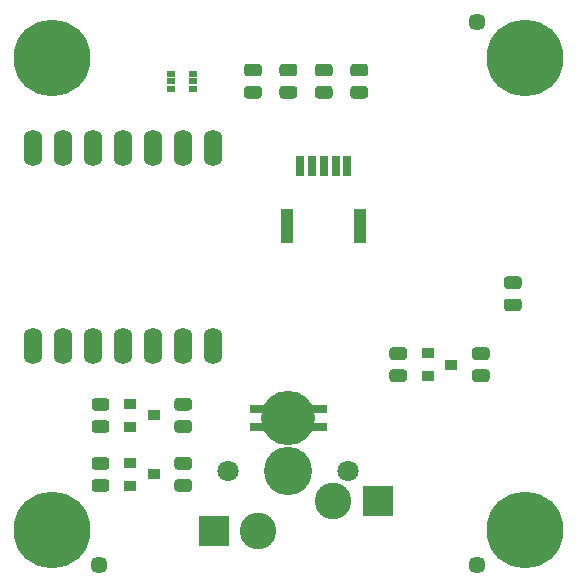
<source format=gbs>
%TF.GenerationSoftware,KiCad,Pcbnew,(5.1.6)-1*%
%TF.CreationDate,2022-02-18T00:55:21-05:00*%
%TF.ProjectId,base,62617365-2e6b-4696-9361-645f70636258,rev?*%
%TF.SameCoordinates,Original*%
%TF.FileFunction,Soldermask,Bot*%
%TF.FilePolarity,Negative*%
%FSLAX46Y46*%
G04 Gerber Fmt 4.6, Leading zero omitted, Abs format (unit mm)*
G04 Created by KiCad (PCBNEW (5.1.6)-1) date 2022-02-18 00:55:21*
%MOMM*%
%LPD*%
G01*
G04 APERTURE LIST*
%ADD10R,1.600000X0.800000*%
%ADD11C,4.600000*%
%ADD12R,2.650000X2.600000*%
%ADD13C,3.100000*%
%ADD14C,4.087800*%
%ADD15C,1.801800*%
%ADD16C,1.448000*%
%ADD17O,1.584000X3.108000*%
%ADD18R,1.000000X0.900000*%
%ADD19R,1.090600X2.894000*%
%ADD20R,0.709600X1.801800*%
%ADD21C,0.900000*%
%ADD22C,6.500000*%
%ADD23R,0.750000X0.500000*%
G04 APERTURE END LIST*
D10*
%TO.C,SW2*%
X139500000Y-107250000D03*
X139500000Y-105750000D03*
X144500000Y-105750000D03*
X144500000Y-107250000D03*
D11*
X142000000Y-106500000D03*
D12*
X135710000Y-116080000D03*
D13*
X139460000Y-116080000D03*
X145810000Y-113540000D03*
D14*
X142000000Y-111000000D03*
D15*
X136920000Y-111000000D03*
X147080000Y-111000000D03*
D12*
X149560000Y-113540000D03*
%TD*%
D16*
%TO.C,REF\u002A\u002A*%
X158000000Y-73000000D03*
%TD*%
%TO.C,REF\u002A\u002A*%
X126000000Y-119000000D03*
%TD*%
%TO.C,REF\u002A\u002A*%
X158000000Y-119000000D03*
%TD*%
D17*
%TO.C,U1*%
X120423180Y-83618000D03*
X122963180Y-83618000D03*
X125503180Y-83618000D03*
X128000000Y-83618000D03*
X130540000Y-83618000D03*
X133123180Y-83618000D03*
X135663180Y-83618000D03*
X135620000Y-100382000D03*
X133080000Y-100382000D03*
X130540000Y-100382000D03*
X128000000Y-100382000D03*
X125460000Y-100382000D03*
X122920000Y-100382000D03*
X120380000Y-100382000D03*
%TD*%
%TO.C,R10*%
G36*
G01*
X126581250Y-105900000D02*
X125618750Y-105900000D01*
G75*
G02*
X125350000Y-105631250I0J268750D01*
G01*
X125350000Y-105093750D01*
G75*
G02*
X125618750Y-104825000I268750J0D01*
G01*
X126581250Y-104825000D01*
G75*
G02*
X126850000Y-105093750I0J-268750D01*
G01*
X126850000Y-105631250D01*
G75*
G02*
X126581250Y-105900000I-268750J0D01*
G01*
G37*
G36*
G01*
X126581250Y-107775000D02*
X125618750Y-107775000D01*
G75*
G02*
X125350000Y-107506250I0J268750D01*
G01*
X125350000Y-106968750D01*
G75*
G02*
X125618750Y-106700000I268750J0D01*
G01*
X126581250Y-106700000D01*
G75*
G02*
X126850000Y-106968750I0J-268750D01*
G01*
X126850000Y-107506250D01*
G75*
G02*
X126581250Y-107775000I-268750J0D01*
G01*
G37*
%TD*%
%TO.C,R9*%
G36*
G01*
X126581250Y-110900000D02*
X125618750Y-110900000D01*
G75*
G02*
X125350000Y-110631250I0J268750D01*
G01*
X125350000Y-110093750D01*
G75*
G02*
X125618750Y-109825000I268750J0D01*
G01*
X126581250Y-109825000D01*
G75*
G02*
X126850000Y-110093750I0J-268750D01*
G01*
X126850000Y-110631250D01*
G75*
G02*
X126581250Y-110900000I-268750J0D01*
G01*
G37*
G36*
G01*
X126581250Y-112775000D02*
X125618750Y-112775000D01*
G75*
G02*
X125350000Y-112506250I0J268750D01*
G01*
X125350000Y-111968750D01*
G75*
G02*
X125618750Y-111700000I268750J0D01*
G01*
X126581250Y-111700000D01*
G75*
G02*
X126850000Y-111968750I0J-268750D01*
G01*
X126850000Y-112506250D01*
G75*
G02*
X126581250Y-112775000I-268750J0D01*
G01*
G37*
%TD*%
%TO.C,R8*%
G36*
G01*
X151781250Y-101600000D02*
X150818750Y-101600000D01*
G75*
G02*
X150550000Y-101331250I0J268750D01*
G01*
X150550000Y-100793750D01*
G75*
G02*
X150818750Y-100525000I268750J0D01*
G01*
X151781250Y-100525000D01*
G75*
G02*
X152050000Y-100793750I0J-268750D01*
G01*
X152050000Y-101331250D01*
G75*
G02*
X151781250Y-101600000I-268750J0D01*
G01*
G37*
G36*
G01*
X151781250Y-103475000D02*
X150818750Y-103475000D01*
G75*
G02*
X150550000Y-103206250I0J268750D01*
G01*
X150550000Y-102668750D01*
G75*
G02*
X150818750Y-102400000I268750J0D01*
G01*
X151781250Y-102400000D01*
G75*
G02*
X152050000Y-102668750I0J-268750D01*
G01*
X152050000Y-103206250D01*
G75*
G02*
X151781250Y-103475000I-268750J0D01*
G01*
G37*
%TD*%
D18*
%TO.C,Q3*%
X130600000Y-106300000D03*
X128600000Y-105350000D03*
X128600000Y-107250000D03*
%TD*%
%TO.C,Q2*%
X130600000Y-111300000D03*
X128600000Y-110350000D03*
X128600000Y-112250000D03*
%TD*%
%TO.C,Q1*%
X155800000Y-102000000D03*
X153800000Y-101050000D03*
X153800000Y-102950000D03*
%TD*%
%TO.C,R7*%
G36*
G01*
X132618750Y-106700000D02*
X133581250Y-106700000D01*
G75*
G02*
X133850000Y-106968750I0J-268750D01*
G01*
X133850000Y-107506250D01*
G75*
G02*
X133581250Y-107775000I-268750J0D01*
G01*
X132618750Y-107775000D01*
G75*
G02*
X132350000Y-107506250I0J268750D01*
G01*
X132350000Y-106968750D01*
G75*
G02*
X132618750Y-106700000I268750J0D01*
G01*
G37*
G36*
G01*
X132618750Y-104825000D02*
X133581250Y-104825000D01*
G75*
G02*
X133850000Y-105093750I0J-268750D01*
G01*
X133850000Y-105631250D01*
G75*
G02*
X133581250Y-105900000I-268750J0D01*
G01*
X132618750Y-105900000D01*
G75*
G02*
X132350000Y-105631250I0J268750D01*
G01*
X132350000Y-105093750D01*
G75*
G02*
X132618750Y-104825000I268750J0D01*
G01*
G37*
%TD*%
%TO.C,R6*%
G36*
G01*
X157818750Y-102400000D02*
X158781250Y-102400000D01*
G75*
G02*
X159050000Y-102668750I0J-268750D01*
G01*
X159050000Y-103206250D01*
G75*
G02*
X158781250Y-103475000I-268750J0D01*
G01*
X157818750Y-103475000D01*
G75*
G02*
X157550000Y-103206250I0J268750D01*
G01*
X157550000Y-102668750D01*
G75*
G02*
X157818750Y-102400000I268750J0D01*
G01*
G37*
G36*
G01*
X157818750Y-100525000D02*
X158781250Y-100525000D01*
G75*
G02*
X159050000Y-100793750I0J-268750D01*
G01*
X159050000Y-101331250D01*
G75*
G02*
X158781250Y-101600000I-268750J0D01*
G01*
X157818750Y-101600000D01*
G75*
G02*
X157550000Y-101331250I0J268750D01*
G01*
X157550000Y-100793750D01*
G75*
G02*
X157818750Y-100525000I268750J0D01*
G01*
G37*
%TD*%
%TO.C,R5*%
G36*
G01*
X132618750Y-111700000D02*
X133581250Y-111700000D01*
G75*
G02*
X133850000Y-111968750I0J-268750D01*
G01*
X133850000Y-112506250D01*
G75*
G02*
X133581250Y-112775000I-268750J0D01*
G01*
X132618750Y-112775000D01*
G75*
G02*
X132350000Y-112506250I0J268750D01*
G01*
X132350000Y-111968750D01*
G75*
G02*
X132618750Y-111700000I268750J0D01*
G01*
G37*
G36*
G01*
X132618750Y-109825000D02*
X133581250Y-109825000D01*
G75*
G02*
X133850000Y-110093750I0J-268750D01*
G01*
X133850000Y-110631250D01*
G75*
G02*
X133581250Y-110900000I-268750J0D01*
G01*
X132618750Y-110900000D01*
G75*
G02*
X132350000Y-110631250I0J268750D01*
G01*
X132350000Y-110093750D01*
G75*
G02*
X132618750Y-109825000I268750J0D01*
G01*
G37*
%TD*%
D19*
%TO.C,J1*%
X141900001Y-90296399D03*
X148099999Y-90296399D03*
D20*
X142999999Y-85146399D03*
X143999999Y-85146399D03*
X145000000Y-85146399D03*
X146000001Y-85146399D03*
X147000001Y-85146399D03*
%TD*%
D21*
%TO.C,H4*%
X163697056Y-74302944D03*
X162000000Y-73600000D03*
X160302944Y-74302944D03*
X159600000Y-76000000D03*
X160302944Y-77697056D03*
X162000000Y-78400000D03*
X163697056Y-77697056D03*
X164400000Y-76000000D03*
D22*
X162000000Y-76000000D03*
%TD*%
D21*
%TO.C,H3*%
X163697056Y-114302944D03*
X162000000Y-113600000D03*
X160302944Y-114302944D03*
X159600000Y-116000000D03*
X160302944Y-117697056D03*
X162000000Y-118400000D03*
X163697056Y-117697056D03*
X164400000Y-116000000D03*
D22*
X162000000Y-116000000D03*
%TD*%
D21*
%TO.C,H2*%
X123697056Y-114302944D03*
X122000000Y-113600000D03*
X120302944Y-114302944D03*
X119600000Y-116000000D03*
X120302944Y-117697056D03*
X122000000Y-118400000D03*
X123697056Y-117697056D03*
X124400000Y-116000000D03*
D22*
X122000000Y-116000000D03*
%TD*%
D21*
%TO.C,H1*%
X123697056Y-74302944D03*
X122000000Y-73600000D03*
X120302944Y-74302944D03*
X119600000Y-76000000D03*
X120302944Y-77697056D03*
X122000000Y-78400000D03*
X123697056Y-77697056D03*
X124400000Y-76000000D03*
D22*
X122000000Y-76000000D03*
%TD*%
%TO.C,C1*%
G36*
G01*
X160518750Y-94525000D02*
X161481250Y-94525000D01*
G75*
G02*
X161750000Y-94793750I0J-268750D01*
G01*
X161750000Y-95331250D01*
G75*
G02*
X161481250Y-95600000I-268750J0D01*
G01*
X160518750Y-95600000D01*
G75*
G02*
X160250000Y-95331250I0J268750D01*
G01*
X160250000Y-94793750D01*
G75*
G02*
X160518750Y-94525000I268750J0D01*
G01*
G37*
G36*
G01*
X160518750Y-96400000D02*
X161481250Y-96400000D01*
G75*
G02*
X161750000Y-96668750I0J-268750D01*
G01*
X161750000Y-97206250D01*
G75*
G02*
X161481250Y-97475000I-268750J0D01*
G01*
X160518750Y-97475000D01*
G75*
G02*
X160250000Y-97206250I0J268750D01*
G01*
X160250000Y-96668750D01*
G75*
G02*
X160518750Y-96400000I268750J0D01*
G01*
G37*
%TD*%
%TO.C,R1*%
G36*
G01*
X138518750Y-78400000D02*
X139481250Y-78400000D01*
G75*
G02*
X139750000Y-78668750I0J-268750D01*
G01*
X139750000Y-79206250D01*
G75*
G02*
X139481250Y-79475000I-268750J0D01*
G01*
X138518750Y-79475000D01*
G75*
G02*
X138250000Y-79206250I0J268750D01*
G01*
X138250000Y-78668750D01*
G75*
G02*
X138518750Y-78400000I268750J0D01*
G01*
G37*
G36*
G01*
X138518750Y-76525000D02*
X139481250Y-76525000D01*
G75*
G02*
X139750000Y-76793750I0J-268750D01*
G01*
X139750000Y-77331250D01*
G75*
G02*
X139481250Y-77600000I-268750J0D01*
G01*
X138518750Y-77600000D01*
G75*
G02*
X138250000Y-77331250I0J268750D01*
G01*
X138250000Y-76793750D01*
G75*
G02*
X138518750Y-76525000I268750J0D01*
G01*
G37*
%TD*%
%TO.C,R2*%
G36*
G01*
X141518750Y-76525000D02*
X142481250Y-76525000D01*
G75*
G02*
X142750000Y-76793750I0J-268750D01*
G01*
X142750000Y-77331250D01*
G75*
G02*
X142481250Y-77600000I-268750J0D01*
G01*
X141518750Y-77600000D01*
G75*
G02*
X141250000Y-77331250I0J268750D01*
G01*
X141250000Y-76793750D01*
G75*
G02*
X141518750Y-76525000I268750J0D01*
G01*
G37*
G36*
G01*
X141518750Y-78400000D02*
X142481250Y-78400000D01*
G75*
G02*
X142750000Y-78668750I0J-268750D01*
G01*
X142750000Y-79206250D01*
G75*
G02*
X142481250Y-79475000I-268750J0D01*
G01*
X141518750Y-79475000D01*
G75*
G02*
X141250000Y-79206250I0J268750D01*
G01*
X141250000Y-78668750D01*
G75*
G02*
X141518750Y-78400000I268750J0D01*
G01*
G37*
%TD*%
%TO.C,R3*%
G36*
G01*
X144518750Y-78400000D02*
X145481250Y-78400000D01*
G75*
G02*
X145750000Y-78668750I0J-268750D01*
G01*
X145750000Y-79206250D01*
G75*
G02*
X145481250Y-79475000I-268750J0D01*
G01*
X144518750Y-79475000D01*
G75*
G02*
X144250000Y-79206250I0J268750D01*
G01*
X144250000Y-78668750D01*
G75*
G02*
X144518750Y-78400000I268750J0D01*
G01*
G37*
G36*
G01*
X144518750Y-76525000D02*
X145481250Y-76525000D01*
G75*
G02*
X145750000Y-76793750I0J-268750D01*
G01*
X145750000Y-77331250D01*
G75*
G02*
X145481250Y-77600000I-268750J0D01*
G01*
X144518750Y-77600000D01*
G75*
G02*
X144250000Y-77331250I0J268750D01*
G01*
X144250000Y-76793750D01*
G75*
G02*
X144518750Y-76525000I268750J0D01*
G01*
G37*
%TD*%
%TO.C,R4*%
G36*
G01*
X147518750Y-76525000D02*
X148481250Y-76525000D01*
G75*
G02*
X148750000Y-76793750I0J-268750D01*
G01*
X148750000Y-77331250D01*
G75*
G02*
X148481250Y-77600000I-268750J0D01*
G01*
X147518750Y-77600000D01*
G75*
G02*
X147250000Y-77331250I0J268750D01*
G01*
X147250000Y-76793750D01*
G75*
G02*
X147518750Y-76525000I268750J0D01*
G01*
G37*
G36*
G01*
X147518750Y-78400000D02*
X148481250Y-78400000D01*
G75*
G02*
X148750000Y-78668750I0J-268750D01*
G01*
X148750000Y-79206250D01*
G75*
G02*
X148481250Y-79475000I-268750J0D01*
G01*
X147518750Y-79475000D01*
G75*
G02*
X147250000Y-79206250I0J268750D01*
G01*
X147250000Y-78668750D01*
G75*
G02*
X147518750Y-78400000I268750J0D01*
G01*
G37*
%TD*%
D23*
%TO.C,U2*%
X133950000Y-77350000D03*
X133950000Y-78650000D03*
X132050000Y-78000000D03*
X133950000Y-78000000D03*
X132050000Y-78650000D03*
X132050000Y-77350000D03*
%TD*%
M02*

</source>
